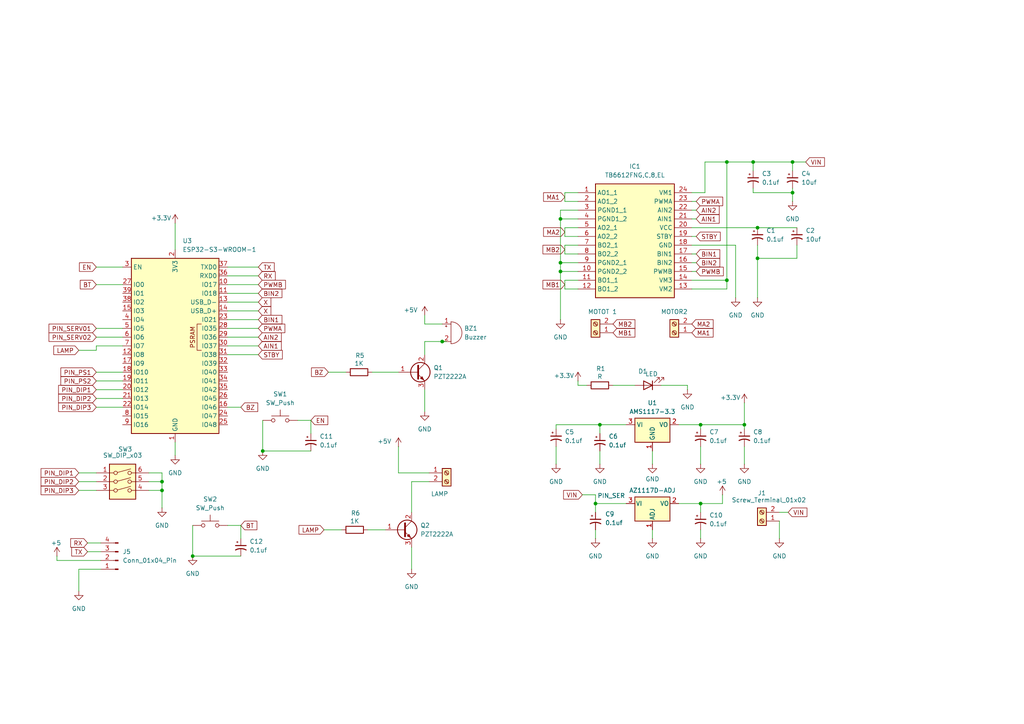
<source format=kicad_sch>
(kicad_sch (version 20250114) (generator "eeschema") (generator_version "9.0")
  (paper "A4")
  (lib_symbols
    (symbol "Connector:Conn_01x04_Pin" (pin_names (offset 1.016) (hide yes))
      (property "Reference" "J" (at 0 5.08 0))
      (property "Value" "Conn_01x04_Pin" (at 0 -7.62 0))
      (symbol "Conn_01x04_Pin_1_1"
        (rectangle (start 0.8636 2.667) (end 0 2.413) (stroke (width 0.1524)) (fill (type outline)))
        (rectangle (start 0.8636 0.127) (end 0 -0.127) (stroke (width 0.1524)) (fill (type outline)))
        (rectangle (start 0.8636 -2.413) (end 0 -2.667) (stroke (width 0.1524)) (fill (type outline)))
        (rectangle (start 0.8636 -4.953) (end 0 -5.207) (stroke (width 0.1524)) (fill (type outline)))
        (polyline (pts (xy 1.27 2.54) (xy 0.8636 2.54)) (stroke (width 0.1524)))
        (polyline (pts (xy 1.27 0) (xy 0.8636 0)) (stroke (width 0.1524)))
        (polyline (pts (xy 1.27 -2.54) (xy 0.8636 -2.54)) (stroke (width 0.1524)))
        (polyline (pts (xy 1.27 -5.08) (xy 0.8636 -5.08)) (stroke (width 0.1524)))
        (pin passive line (at 5.08 2.54 180) (length 3.81) (name "Pin_1") (number "1"))
        (pin passive line (at 5.08 0 180) (length 3.81) (name "Pin_2") (number "2"))
        (pin passive line (at 5.08 -2.54 180) (length 3.81) (name "Pin_3") (number "3"))
        (pin passive line (at 5.08 -5.08 180) (length 3.81) (name "Pin_4") (number "4"))
      )
    )
    (symbol "Connector:Screw_Terminal_01x02" (pin_names (offset 1.016) (hide yes))
      (property "Reference" "J" (at 0 2.54 0))
      (property "Value" "Screw_Terminal_01x02" (at 0 -5.08 0))
      (symbol "Screw_Terminal_01x02_1_1"
        (rectangle (start -1.27 1.27) (end 1.27 -3.81) (stroke (width 0.254)) (fill (type background)))
        (polyline (pts (xy -0.5334 0.3302) (xy 0.3302 -0.508)) (stroke (width 0.1524)))
        (polyline (pts (xy -0.5334 -2.2098) (xy 0.3302 -3.048)) (stroke (width 0.1524)))
        (polyline (pts (xy -0.3556 0.508) (xy 0.508 -0.3302)) (stroke (width 0.1524)))
        (polyline (pts (xy -0.3556 -2.032) (xy 0.508 -2.8702)) (stroke (width 0.1524)))
        (circle (center 0 0) (radius 0.635) (stroke (width 0.1524)))
        (circle (center 0 -2.54) (radius 0.635) (stroke (width 0.1524)))
        (pin passive line (at -5.08 0 0) (length 3.81) (name "Pin_1") (number "1"))
        (pin passive line (at -5.08 -2.54 0) (length 3.81) (name "Pin_2") (number "2"))
      )
    )
    (symbol "Device:Buzzer" (pin_names (offset 0.0254) (hide yes))
      (property "Reference" "BZ" (at 3.81 1.27 0))
      (property "Value" "Buzzer" (at 3.81 -1.27 0))
      (symbol "Buzzer_0_1"
        (polyline (pts (xy -1.651 1.905) (xy -1.143 1.905)))
        (polyline (pts (xy -1.397 2.159) (xy -1.397 1.651)))
        (arc (start 0 3.175) (mid 3.1612 0) (end 0 -3.175))
        (polyline (pts (xy 0 3.175) (xy 0 -3.175)))
      )
      (symbol "Buzzer_1_1"
        (pin passive line (at -2.54 2.54 0) (length 2.54) (name "+") (number "1"))
        (pin passive line (at -2.54 -2.54 0) (length 2.54) (name "-") (number "2"))
      )
    )
    (symbol "Device:C_Polarized_Small_US" (pin_numbers (hide yes)) (pin_names (offset 0.254) (hide yes))
      (property "Reference" "C" (at 0.254 1.778 0))
      (property "Value" "C_Polarized_Small_US" (at 0.254 -2.032 0))
      (symbol "C_Polarized_Small_US_0_1"
        (polyline (pts (xy -1.524 0.508) (xy 1.524 0.508)) (stroke (width 0.3048)))
        (polyline (pts (xy -1.27 1.524) (xy -0.762 1.524)))
        (polyline (pts (xy -1.016 1.27) (xy -1.016 1.778)))
        (arc (start -1.524 -0.762) (mid 0 -0.3734) (end 1.524 -0.762) (stroke (width 0.3048)))
      )
      (symbol "C_Polarized_Small_US_1_1"
        (pin passive line (at 0 2.54 270) (length 2.032) (name "~") (number "1"))
        (pin passive line (at 0 -2.54 90) (length 2.032) (name "~") (number "2"))
      )
    )
    (symbol "Device:LED" (pin_numbers (hide yes)) (pin_names (offset 1.016) (hide yes))
      (property "Reference" "D" (at 0 2.54 0))
      (property "Value" "LED" (at 0 -2.54 0))
      (symbol "LED_0_1"
        (polyline (pts (xy -3.048 -0.762) (xy -4.572 -2.286) (xy -3.81 -2.286) (xy -4.572 -2.286) (xy -4.572 -1.524)))
        (polyline (pts (xy -1.778 -0.762) (xy -3.302 -2.286) (xy -2.54 -2.286) (xy -3.302 -2.286) (xy -3.302 -1.524)))
        (polyline (pts (xy -1.27 0) (xy 1.27 0)))
        (polyline (pts (xy -1.27 -1.27) (xy -1.27 1.27)) (stroke (width 0.254)))
        (polyline (pts (xy 1.27 -1.27) (xy 1.27 1.27) (xy -1.27 0) (xy 1.27 -1.27)) (stroke (width 0.254)))
      )
      (symbol "LED_1_1"
        (pin passive line (at -3.81 0 0) (length 2.54) (name "K") (number "1"))
        (pin passive line (at 3.81 0 180) (length 2.54) (name "A") (number "2"))
      )
    )
    (symbol "Device:R" (pin_numbers (hide yes)) (pin_names (offset 0))
      (property "Reference" "R" (at 2.032 0 90))
      (property "Value" "R" (at 0 0 90))
      (symbol "R_0_1"
        (rectangle (start -1.016 -2.54) (end 1.016 2.54) (stroke (width 0.254)))
      )
      (symbol "R_1_1"
        (pin passive line (at 0 3.81 270) (length 1.27) (name "~") (number "1"))
        (pin passive line (at 0 -3.81 90) (length 1.27) (name "~") (number "2"))
      )
    )
    (symbol "RF_Module:ESP32-S3-WROOM-1"
      (property "Reference" "U" (at -12.7 26.67 0))
      (property "Value" "ESP32-S3-WROOM-1" (at 12.7 26.67 0))
      (symbol "ESP32-S3-WROOM-1_0_0"
        (rectangle (start -12.7 25.4) (end 12.7 -25.4) (stroke (width 0.254)) (fill (type background)))
        (text "PSRAM" (at 5.08 2.54 900) (effects (font (size 1.27 1.27))))
      )
      (symbol "ESP32-S3-WROOM-1_0_1"
        (polyline (pts (xy 7.62 -1.27) (xy 6.35 -1.27) (xy 6.35 6.35) (xy 7.62 6.35)))
      )
      (symbol "ESP32-S3-WROOM-1_1_1"
        (pin input line (at -15.24 22.86 0) (length 2.54) (name "EN") (number "3"))
        (pin bidirectional line (at -15.24 17.78 0) (length 2.54) (name "IO0") (number "27"))
        (pin bidirectional line (at -15.24 15.24 0) (length 2.54) (name "IO1") (number "39"))
        (pin bidirectional line (at -15.24 12.7 0) (length 2.54) (name "IO2") (number "38"))
        (pin bidirectional line (at -15.24 10.16 0) (length 2.54) (name "IO3") (number "15"))
        (pin bidirectional line (at -15.24 7.62 0) (length 2.54) (name "IO4") (number "4"))
        (pin bidirectional line (at -15.24 5.08 0) (length 2.54) (name "IO5") (number "5"))
        (pin bidirectional line (at -15.24 2.54 0) (length 2.54) (name "IO6") (number "6"))
        (pin bidirectional line (at -15.24 0 0) (length 2.54) (name "IO7") (number "7"))
        (pin bidirectional line (at -15.24 -2.54 0) (length 2.54) (name "IO8") (number "12"))
        (pin bidirectional line (at -15.24 -5.08 0) (length 2.54) (name "IO9") (number "17"))
        (pin bidirectional line (at -15.24 -7.62 0) (length 2.54) (name "IO10") (number "18"))
        (pin bidirectional line (at -15.24 -10.16 0) (length 2.54) (name "IO11") (number "19"))
        (pin bidirectional line (at -15.24 -12.7 0) (length 2.54) (name "IO12") (number "20"))
        (pin bidirectional line (at -15.24 -15.24 0) (length 2.54) (name "IO13") (number "21"))
        (pin bidirectional line (at -15.24 -17.78 0) (length 2.54) (name "IO14") (number "22"))
        (pin bidirectional line (at -15.24 -20.32 0) (length 2.54) (name "IO15") (number "8"))
        (pin bidirectional line (at -15.24 -22.86 0) (length 2.54) (name "IO16") (number "9"))
        (pin power_in line (at 0 27.94 270) (length 2.54) (name "3V3") (number "2"))
        (pin power_in line (at 0 -27.94 90) (length 2.54) (name "GND") (number "1"))
        (pin passive line (at 0 -27.94 90) (length 2.54) (hide yes) (name "GND") (number "40"))
        (pin passive line (at 0 -27.94 90) (length 2.54) (hide yes) (name "GND") (number "41"))
        (pin bidirectional line (at 15.24 22.86 180) (length 2.54) (name "TXD0") (number "37"))
        (pin bidirectional line (at 15.24 20.32 180) (length 2.54) (name "RXD0") (number "36"))
        (pin bidirectional line (at 15.24 17.78 180) (length 2.54) (name "IO17") (number "10"))
        (pin bidirectional line (at 15.24 15.24 180) (length 2.54) (name "IO18") (number "11"))
        (pin bidirectional line (at 15.24 12.7 180) (length 2.54) (name "USB_D-") (number "13"))
        (pin bidirectional line (at 15.24 10.16 180) (length 2.54) (name "USB_D+") (number "14"))
        (pin bidirectional line (at 15.24 7.62 180) (length 2.54) (name "IO21") (number "23"))
        (pin bidirectional line (at 15.24 5.08 180) (length 2.54) (name "IO35") (number "28"))
        (pin bidirectional line (at 15.24 2.54 180) (length 2.54) (name "IO36") (number "29"))
        (pin bidirectional line (at 15.24 0 180) (length 2.54) (name "IO37") (number "30"))
        (pin bidirectional line (at 15.24 -2.54 180) (length 2.54) (name "IO38") (number "31"))
        (pin bidirectional line (at 15.24 -5.08 180) (length 2.54) (name "IO39") (number "32"))
        (pin bidirectional line (at 15.24 -7.62 180) (length 2.54) (name "IO40") (number "33"))
        (pin bidirectional line (at 15.24 -10.16 180) (length 2.54) (name "IO41") (number "34"))
        (pin bidirectional line (at 15.24 -12.7 180) (length 2.54) (name "IO42") (number "35"))
        (pin bidirectional line (at 15.24 -15.24 180) (length 2.54) (name "IO45") (number "26"))
        (pin bidirectional line (at 15.24 -17.78 180) (length 2.54) (name "IO46") (number "16"))
        (pin bidirectional line (at 15.24 -20.32 180) (length 2.54) (name "IO47") (number "24"))
        (pin bidirectional line (at 15.24 -22.86 180) (length 2.54) (name "IO48") (number "25"))
      )
    )
    (symbol "Regulator_Linear:AMS1117-3.3"
      (property "Reference" "U" (at -3.81 3.175 0))
      (property "Value" "AMS1117-3.3" (at 0 3.175 0))
      (symbol "AMS1117-3.3_0_1"
        (rectangle (start -5.08 -5.08) (end 5.08 1.905) (stroke (width 0.254)) (fill (type background)))
      )
      (symbol "AMS1117-3.3_1_1"
        (pin power_in line (at -7.62 0 0) (length 2.54) (name "VI") (number "3"))
        (pin power_in line (at 0 -7.62 90) (length 2.54) (name "GND") (number "1"))
        (pin power_out line (at 7.62 0 180) (length 2.54) (name "VO") (number "2"))
      )
    )
    (symbol "Regulator_Linear:AZ1117D-ADJ" (pin_names (offset 0.254))
      (property "Reference" "U" (at -3.81 3.175 0))
      (property "Value" "AZ1117D-ADJ" (at 0 3.175 0))
      (symbol "AZ1117D-ADJ_0_1"
        (rectangle (start -5.08 1.905) (end 5.08 -5.08) (stroke (width 0.254)) (fill (type background)))
      )
      (symbol "AZ1117D-ADJ_1_1"
        (pin power_in line (at -7.62 0 0) (length 2.54) (name "VI") (number "3"))
        (pin input line (at 0 -7.62 90) (length 2.54) (name "ADJ") (number "1"))
        (pin power_out line (at 7.62 0 180) (length 2.54) (name "VO") (number "2"))
      )
    )
    (symbol "Switch:SW_DIP_x03" (pin_names (offset 0) (hide yes))
      (property "Reference" "SW" (at 0 6.35 0))
      (property "Value" "SW_DIP_x03" (at 0 -6.35 0))
      (symbol "SW_DIP_x03_0_0"
        (circle (center -2.032 2.54) (radius 0.508))
        (circle (center -2.032 0) (radius 0.508))
        (circle (center -2.032 -2.54) (radius 0.508))
        (polyline (pts (xy -1.524 2.667) (xy 2.3622 3.7084)))
        (polyline (pts (xy -1.524 0.127) (xy 2.3622 1.1684)))
        (polyline (pts (xy -1.524 -2.413) (xy 2.3622 -1.3716)))
        (circle (center 2.032 2.54) (radius 0.508))
        (circle (center 2.032 0) (radius 0.508))
        (circle (center 2.032 -2.54) (radius 0.508))
      )
      (symbol "SW_DIP_x03_0_1"
        (rectangle (start -3.81 5.08) (end 3.81 -5.08) (stroke (width 0.254)) (fill (type background)))
      )
      (symbol "SW_DIP_x03_1_1"
        (pin passive line (at -7.62 2.54 0) (length 5.08) (name "~") (number "1"))
        (pin passive line (at -7.62 0 0) (length 5.08) (name "~") (number "2"))
        (pin passive line (at -7.62 -2.54 0) (length 5.08) (name "~") (number "3"))
        (pin passive line (at 7.62 2.54 180) (length 5.08) (name "~") (number "6"))
        (pin passive line (at 7.62 0 180) (length 5.08) (name "~") (number "5"))
        (pin passive line (at 7.62 -2.54 180) (length 5.08) (name "~") (number "4"))
      )
    )
    (symbol "Switch:SW_Push" (pin_numbers (hide yes)) (pin_names (offset 1.016) (hide yes))
      (property "Reference" "SW" (at 1.27 2.54 0))
      (property "Value" "SW_Push" (at 0 -1.524 0))
      (symbol "SW_Push_0_1"
        (circle (center -2.032 0) (radius 0.508))
        (polyline (pts (xy 0 1.27) (xy 0 3.048)))
        (circle (center 2.032 0) (radius 0.508))
        (polyline (pts (xy 2.54 1.27) (xy -2.54 1.27)))
        (pin passive line (at -5.08 0 0) (length 2.54) (name "1") (number "1"))
        (pin passive line (at 5.08 0 180) (length 2.54) (name "2") (number "2"))
      )
    )
    (symbol "TB6612FNG_C_8_EL:TB6612FNG,C,8,EL"
      (property "Reference" "IC" (at 29.21 7.62 0))
      (property "Value" "TB6612FNG,C,8,EL" (at 29.21 5.08 0))
      (symbol "TB6612FNG,C,8,EL_1_1"
        (rectangle (start 5.08 2.54) (end 27.94 -30.48) (stroke (width 0.254)) (fill (type background)))
        (pin passive line (at 0 0 0) (length 5.08) (name "AO1_1") (number "1"))
        (pin passive line (at 0 -2.54 0) (length 5.08) (name "AO1_2") (number "2"))
        (pin passive line (at 0 -5.08 0) (length 5.08) (name "PGND1_1") (number "3"))
        (pin passive line (at 0 -7.62 0) (length 5.08) (name "PGND1_2") (number "4"))
        (pin passive line (at 0 -10.16 0) (length 5.08) (name "AO2_1") (number "5"))
        (pin passive line (at 0 -12.7 0) (length 5.08) (name "AO2_2") (number "6"))
        (pin passive line (at 0 -15.24 0) (length 5.08) (name "BO2_1") (number "7"))
        (pin passive line (at 0 -17.78 0) (length 5.08) (name "BO2_2") (number "8"))
        (pin passive line (at 0 -20.32 0) (length 5.08) (name "PGND2_1") (number "9"))
        (pin passive line (at 0 -22.86 0) (length 5.08) (name "PGND2_2") (number "10"))
        (pin passive line (at 0 -25.4 0) (length 5.08) (name "BO1_1") (number "11"))
        (pin passive line (at 0 -27.94 0) (length 5.08) (name "BO1_2") (number "12"))
        (pin passive line (at 33.02 0 180) (length 5.08) (name "VM1") (number "24"))
        (pin passive line (at 33.02 -2.54 180) (length 5.08) (name "PWMA") (number "23"))
        (pin passive line (at 33.02 -5.08 180) (length 5.08) (name "AIN2") (number "22"))
        (pin passive line (at 33.02 -7.62 180) (length 5.08) (name "AIN1") (number "21"))
        (pin passive line (at 33.02 -10.16 180) (length 5.08) (name "VCC") (number "20"))
        (pin passive line (at 33.02 -12.7 180) (length 5.08) (name "STBY") (number "19"))
        (pin passive line (at 33.02 -15.24 180) (length 5.08) (name "GND") (number "18"))
        (pin passive line (at 33.02 -17.78 180) (length 5.08) (name "BIN1") (number "17"))
        (pin passive line (at 33.02 -20.32 180) (length 5.08) (name "BIN2") (number "16"))
        (pin passive line (at 33.02 -22.86 180) (length 5.08) (name "PWMB") (number "15"))
        (pin passive line (at 33.02 -25.4 180) (length 5.08) (name "VM3") (number "14"))
        (pin passive line (at 33.02 -27.94 180) (length 5.08) (name "VM2") (number "13"))
      )
    )
    (symbol "Transistor_BJT:PZT2222A" (pin_names (offset 0) (hide yes))
      (property "Reference" "Q" (at 5.08 1.905 0))
      (property "Value" "PZT2222A" (at 5.08 0 0))
      (symbol "PZT2222A_0_1"
        (polyline (pts (xy -2.54 0) (xy 0.635 0)))
        (polyline (pts (xy 0.635 1.905) (xy 0.635 -1.905)) (stroke (width 0.508)))
        (circle (center 1.27 0) (radius 2.8194) (stroke (width 0.254)))
      )
      (symbol "PZT2222A_1_1"
        (polyline (pts (xy 0.635 0.635) (xy 2.54 2.54)))
        (polyline (pts (xy 0.635 -0.635) (xy 2.54 -2.54)))
        (polyline (pts (xy 1.27 -1.778) (xy 1.778 -1.27) (xy 2.286 -2.286) (xy 1.27 -1.778)) (fill (type outline)))
        (pin input line (at -5.08 0 0) (length 2.54) (name "B") (number "1"))
        (pin passive line (at 2.54 5.08 270) (length 2.54) (name "C") (number "2"))
        (pin passive line (at 2.54 -5.08 90) (length 2.54) (name "E") (number "3"))
      )
    )
    (symbol "power:+3.3V" (power) (pin_numbers (hide yes)) (pin_names (offset 0) (hide yes))
      (property "Value" "+3.3V" (at 0 3.556 0))
      (symbol "+3.3V_0_1"
        (polyline (pts (xy -0.762 1.27) (xy 0 2.54)))
        (polyline (pts (xy 0 2.54) (xy 0.762 1.27)))
        (polyline (pts (xy 0 0) (xy 0 2.54)))
      )
      (symbol "+3.3V_1_1"
        (pin power_in line (at 0 0 90) (length 0) (name "~") (number "1"))
      )
    )
    (symbol "power:GND" (power) (pin_numbers (hide yes)) (pin_names (offset 0) (hide yes))
      (property "Value" "GND" (at 0 -3.81 0))
      (symbol "GND_0_1"
        (polyline (pts (xy 0 0) (xy 0 -1.27) (xy 1.27 -1.27) (xy 0 -2.54) (xy -1.27 -1.27) (xy 0 -1.27)))
      )
      (symbol "GND_1_1"
        (pin power_in line (at 0 0 270) (length 0) (name "~") (number "1"))
      )
    )
  )
  (junction (at 215.9 123.19))
  (junction (at 162.56 76.2))
  (junction (at 219.71 74.93))
  (junction (at 46.99 139.7))
  (junction (at 46.99 142.24))
  (junction (at 203.2 123.19))
  (junction (at 172.72 146.05))
  (junction (at 219.71 66.04))
  (junction (at 128.27 99.06))
  (junction (at 203.2 146.05))
  (junction (at 229.87 55.88))
  (junction (at 162.56 78.74))
  (junction (at 210.82 81.28))
  (junction (at 162.56 63.5))
  (junction (at 210.82 46.99))
  (junction (at 218.44 46.99))
  (junction (at 173.99 123.19))
  (junction (at 76.2 130.81))
  (junction (at 55.88 161.29))
  (junction (at 229.87 46.99))
  (wire (pts (xy 95.25 107.95) (xy 100.33 107.95)))
  (wire (pts (xy 167.64 111.76) (xy 167.64 110.49)))
  (wire (pts (xy 129.54 99.06) (xy 128.27 99.06)))
  (wire (pts (xy 204.47 55.88) (xy 200.66 55.88)))
  (wire (pts (xy 191.77 111.76) (xy 199.39 111.76)))
  (wire (pts (xy 27.94 77.47) (xy 35.56 77.47)))
  (wire (pts (xy 22.86 139.7) (xy 27.94 139.7)))
  (wire (pts (xy 119.38 158.75) (xy 119.38 165.1)))
  (wire (pts (xy 66.04 152.4) (xy 69.85 152.4)))
  (wire (pts (xy 163.83 71.12) (xy 163.83 73.66)))
  (wire (pts (xy 43.18 137.16) (xy 46.99 137.16)))
  (wire (pts (xy 50.8 64.77) (xy 50.8 72.39)))
  (wire (pts (xy 123.19 99.06) (xy 123.19 102.87)))
  (wire (pts (xy 123.19 93.98) (xy 128.27 93.98)))
  (wire (pts (xy 69.85 161.29) (xy 55.88 161.29)))
  (wire (pts (xy 173.99 130.81) (xy 173.99 134.62)))
  (wire (pts (xy 43.18 142.24) (xy 46.99 142.24)))
  (wire (pts (xy 203.2 123.19) (xy 215.9 123.19)))
  (wire (pts (xy 226.06 148.59) (xy 228.6 148.59)))
  (wire (pts (xy 218.44 54.61) (xy 218.44 55.88)))
  (wire (pts (xy 66.04 97.79) (xy 74.93 97.79)))
  (wire (pts (xy 123.19 91.44) (xy 123.19 93.98)))
  (wire (pts (xy 189.23 153.67) (xy 189.23 156.21)))
  (wire (pts (xy 115.57 129.54) (xy 115.57 137.16)))
  (wire (pts (xy 163.83 66.04) (xy 163.83 68.58)))
  (wire (pts (xy 66.04 92.71) (xy 74.93 92.71)))
  (wire (pts (xy 162.56 63.5) (xy 162.56 76.2)))
  (wire (pts (xy 215.9 129.54) (xy 215.9 134.62)))
  (wire (pts (xy 106.68 153.67) (xy 111.76 153.67)))
  (wire (pts (xy 200.66 76.2) (xy 201.93 76.2)))
  (wire (pts (xy 163.83 55.88) (xy 163.83 58.42)))
  (wire (pts (xy 173.99 123.19) (xy 173.99 125.73)))
  (wire (pts (xy 210.82 83.82) (xy 210.82 81.28)))
  (wire (pts (xy 27.94 101.6) (xy 22.86 101.6)))
  (wire (pts (xy 46.99 137.16) (xy 46.99 139.7)))
  (wire (pts (xy 66.04 95.25) (xy 74.93 95.25)))
  (wire (pts (xy 215.9 116.84) (xy 215.9 123.19)))
  (wire (pts (xy 93.98 153.67) (xy 99.06 153.67)))
  (wire (pts (xy 219.71 71.12) (xy 219.71 74.93)))
  (wire (pts (xy 200.66 66.04) (xy 219.71 66.04)))
  (wire (pts (xy 200.66 73.66) (xy 201.93 73.66)))
  (wire (pts (xy 167.64 83.82) (xy 163.83 83.82)))
  (wire (pts (xy 218.44 46.99) (xy 218.44 49.53)))
  (wire (pts (xy 204.47 46.99) (xy 204.47 55.88)))
  (wire (pts (xy 203.2 146.05) (xy 203.2 148.59)))
  (wire (pts (xy 22.86 142.24) (xy 27.94 142.24)))
  (wire (pts (xy 50.8 128.27) (xy 50.8 132.08)))
  (wire (pts (xy 90.17 130.81) (xy 76.2 130.81)))
  (wire (pts (xy 209.55 143.51) (xy 209.55 146.05)))
  (wire (pts (xy 22.86 137.16) (xy 27.94 137.16)))
  (wire (pts (xy 210.82 46.99) (xy 218.44 46.99)))
  (wire (pts (xy 229.87 54.61) (xy 229.87 55.88)))
  (wire (pts (xy 200.66 81.28) (xy 210.82 81.28)))
  (wire (pts (xy 90.17 121.92) (xy 90.17 125.73)))
  (wire (pts (xy 27.94 100.33) (xy 27.94 101.6)))
  (wire (pts (xy 86.36 121.92) (xy 90.17 121.92)))
  (wire (pts (xy 162.56 78.74) (xy 167.64 78.74)))
  (wire (pts (xy 219.71 74.93) (xy 219.71 86.36)))
  (wire (pts (xy 162.56 60.96) (xy 162.56 63.5)))
  (wire (pts (xy 213.36 71.12) (xy 213.36 86.36)))
  (wire (pts (xy 123.19 113.03) (xy 123.19 119.38)))
  (wire (pts (xy 218.44 55.88) (xy 229.87 55.88)))
  (wire (pts (xy 196.85 123.19) (xy 203.2 123.19)))
  (wire (pts (xy 219.71 66.04) (xy 231.14 66.04)))
  (wire (pts (xy 170.18 111.76) (xy 167.64 111.76)))
  (wire (pts (xy 27.94 107.95) (xy 35.56 107.95)))
  (wire (pts (xy 27.94 82.55) (xy 35.56 82.55)))
  (wire (pts (xy 27.94 113.03) (xy 35.56 113.03)))
  (wire (pts (xy 124.46 139.7) (xy 119.38 139.7)))
  (wire (pts (xy 200.66 78.74) (xy 201.93 78.74)))
  (wire (pts (xy 199.39 111.76) (xy 199.39 113.03)))
  (wire (pts (xy 25.4 157.48) (xy 29.21 157.48)))
  (wire (pts (xy 25.4 160.02) (xy 29.21 160.02)))
  (wire (pts (xy 167.64 60.96) (xy 162.56 60.96)))
  (wire (pts (xy 66.04 87.63) (xy 74.93 87.63)))
  (wire (pts (xy 162.56 76.2) (xy 162.56 78.74)))
  (wire (pts (xy 200.66 60.96) (xy 201.93 60.96)))
  (wire (pts (xy 200.66 58.42) (xy 201.93 58.42)))
  (wire (pts (xy 128.27 99.06) (xy 123.19 99.06)))
  (wire (pts (xy 27.94 95.25) (xy 35.56 95.25)))
  (wire (pts (xy 66.04 82.55) (xy 74.93 82.55)))
  (wire (pts (xy 172.72 143.51) (xy 172.72 146.05)))
  (wire (pts (xy 27.94 110.49) (xy 35.56 110.49)))
  (wire (pts (xy 215.9 123.19) (xy 215.9 124.46)))
  (wire (pts (xy 163.83 81.28) (xy 163.83 83.82)))
  (wire (pts (xy 200.66 68.58) (xy 201.93 68.58)))
  (wire (pts (xy 229.87 46.99) (xy 233.68 46.99)))
  (wire (pts (xy 66.04 80.01) (xy 74.93 80.01)))
  (wire (pts (xy 209.55 146.05) (xy 203.2 146.05)))
  (wire (pts (xy 69.85 152.4) (xy 69.85 156.21)))
  (wire (pts (xy 177.8 111.76) (xy 184.15 111.76)))
  (wire (pts (xy 196.85 146.05) (xy 203.2 146.05)))
  (wire (pts (xy 66.04 90.17) (xy 74.93 90.17)))
  (wire (pts (xy 27.94 97.79) (xy 35.56 97.79)))
  (wire (pts (xy 200.66 63.5) (xy 201.93 63.5)))
  (wire (pts (xy 161.29 123.19) (xy 173.99 123.19)))
  (wire (pts (xy 210.82 81.28) (xy 210.82 46.99)))
  (wire (pts (xy 162.56 76.2) (xy 167.64 76.2)))
  (wire (pts (xy 27.94 115.57) (xy 35.56 115.57)))
  (wire (pts (xy 76.2 121.92) (xy 76.2 130.81)))
  (wire (pts (xy 16.51 162.56) (xy 29.21 162.56)))
  (wire (pts (xy 203.2 123.19) (xy 203.2 124.46)))
  (wire (pts (xy 167.64 71.12) (xy 163.83 71.12)))
  (wire (pts (xy 167.64 58.42) (xy 163.83 58.42)))
  (wire (pts (xy 203.2 129.54) (xy 203.2 134.62)))
  (wire (pts (xy 168.91 143.51) (xy 172.72 143.51)))
  (wire (pts (xy 162.56 63.5) (xy 167.64 63.5)))
  (wire (pts (xy 29.21 165.1) (xy 22.86 165.1)))
  (wire (pts (xy 115.57 137.16) (xy 124.46 137.16)))
  (wire (pts (xy 203.2 153.67) (xy 203.2 156.21)))
  (wire (pts (xy 189.23 130.81) (xy 189.23 134.62)))
  (wire (pts (xy 172.72 153.67) (xy 172.72 156.21)))
  (wire (pts (xy 55.88 152.4) (xy 55.88 161.29)))
  (wire (pts (xy 66.04 100.33) (xy 74.93 100.33)))
  (wire (pts (xy 46.99 142.24) (xy 46.99 147.32)))
  (wire (pts (xy 161.29 123.19) (xy 161.29 124.46)))
  (wire (pts (xy 167.64 55.88) (xy 163.83 55.88)))
  (wire (pts (xy 172.72 146.05) (xy 181.61 146.05)))
  (wire (pts (xy 27.94 100.33) (xy 35.56 100.33)))
  (wire (pts (xy 219.71 74.93) (xy 231.14 74.93)))
  (wire (pts (xy 200.66 83.82) (xy 210.82 83.82)))
  (wire (pts (xy 229.87 46.99) (xy 229.87 49.53)))
  (wire (pts (xy 16.51 161.29) (xy 16.51 162.56)))
  (wire (pts (xy 46.99 139.7) (xy 46.99 142.24)))
  (wire (pts (xy 167.64 73.66) (xy 163.83 73.66)))
  (wire (pts (xy 226.06 151.13) (xy 226.06 156.21)))
  (wire (pts (xy 27.94 118.11) (xy 35.56 118.11)))
  (wire (pts (xy 167.64 68.58) (xy 163.83 68.58)))
  (wire (pts (xy 231.14 71.12) (xy 231.14 74.93)))
  (wire (pts (xy 119.38 139.7) (xy 119.38 148.59)))
  (wire (pts (xy 204.47 46.99) (xy 210.82 46.99)))
  (wire (pts (xy 66.04 118.11) (xy 69.85 118.11)))
  (wire (pts (xy 172.72 146.05) (xy 172.72 148.59)))
  (wire (pts (xy 167.64 81.28) (xy 163.83 81.28)))
  (wire (pts (xy 66.04 102.87) (xy 74.93 102.87)))
  (wire (pts (xy 66.04 85.09) (xy 74.93 85.09)))
  (wire (pts (xy 167.64 66.04) (xy 163.83 66.04)))
  (wire (pts (xy 66.04 77.47) (xy 74.93 77.47)))
  (wire (pts (xy 173.99 123.19) (xy 181.61 123.19)))
  (wire (pts (xy 161.29 129.54) (xy 161.29 134.62)))
  (wire (pts (xy 200.66 71.12) (xy 213.36 71.12)))
  (wire (pts (xy 43.18 139.7) (xy 46.99 139.7)))
  (wire (pts (xy 22.86 165.1) (xy 22.86 171.45)))
  (wire (pts (xy 218.44 46.99) (xy 229.87 46.99)))
  (wire (pts (xy 229.87 55.88) (xy 229.87 58.42)))
  (wire (pts (xy 107.95 107.95) (xy 115.57 107.95)))
  (wire (pts (xy 162.56 78.74) (xy 162.56 92.71)))
  (global_label "PIN_DIP3" (shape input) (at 27.94 118.11 180) (property "Intersheetrefs" "${INTERSHEET_REFS}" (effects (hide yes))))
  (global_label "PIN_PS1" (shape input) (at 27.94 107.95 180) (property "Intersheetrefs" "${INTERSHEET_REFS}" (effects (hide yes))))
  (global_label "AIN1" (shape input) (at 74.93 100.33 0) (property "Intersheetrefs" "${INTERSHEET_REFS}" (effects (hide yes))))
  (global_label "EN" (shape input) (at 90.17 121.92 0) (property "Intersheetrefs" "${INTERSHEET_REFS}" (effects (hide yes))))
  (global_label "TX" (shape input) (at 74.93 77.47 0) (property "Intersheetrefs" "${INTERSHEET_REFS}" (effects (hide yes))))
  (global_label "PIN_DIP3" (shape input) (at 22.86 142.24 180) (property "Intersheetrefs" "${INTERSHEET_REFS}" (effects (hide yes))))
  (global_label "BT" (shape input) (at 69.85 152.4 0) (property "Intersheetrefs" "${INTERSHEET_REFS}" (effects (hide yes))))
  (global_label "PWMA" (shape input) (at 74.93 95.25 0) (property "Intersheetrefs" "${INTERSHEET_REFS}" (effects (hide yes))))
  (global_label "MB1" (shape input) (at 163.83 82.55 180) (property "Intersheetrefs" "${INTERSHEET_REFS}" (effects (hide yes))))
  (global_label "MB2" (shape input) (at 177.8 93.98 0) (property "Intersheetrefs" "${INTERSHEET_REFS}" (effects (hide yes))))
  (global_label "PIN_SERV02" (shape input) (at 27.94 97.79 180) (property "Intersheetrefs" "${INTERSHEET_REFS}" (effects (hide yes))))
  (global_label "MA1" (shape input) (at 200.66 96.52 0) (property "Intersheetrefs" "${INTERSHEET_REFS}" (effects (hide yes))))
  (global_label "PIN_PS2" (shape input) (at 27.94 110.49 180) (property "Intersheetrefs" "${INTERSHEET_REFS}" (effects (hide yes))))
  (global_label "RX" (shape input) (at 74.93 80.01 0) (property "Intersheetrefs" "${INTERSHEET_REFS}" (effects (hide yes))))
  (global_label "BT" (shape input) (at 27.94 82.55 180) (property "Intersheetrefs" "${INTERSHEET_REFS}" (effects (hide yes))))
  (global_label "X" (shape input) (at 74.93 90.17 0) (property "Intersheetrefs" "${INTERSHEET_REFS}" (effects (hide yes))))
  (global_label "EN" (shape input) (at 27.94 77.47 180) (property "Intersheetrefs" "${INTERSHEET_REFS}" (effects (hide yes))))
  (global_label "PWMB" (shape input) (at 74.93 82.55 0) (property "Intersheetrefs" "${INTERSHEET_REFS}" (effects (hide yes))))
  (global_label "PIN_SERV01" (shape input) (at 27.94 95.25 180) (property "Intersheetrefs" "${INTERSHEET_REFS}" (effects (hide yes))))
  (global_label "PIN_DIP1" (shape input) (at 22.86 137.16 180) (property "Intersheetrefs" "${INTERSHEET_REFS}" (effects (hide yes))))
  (global_label "STBY" (shape input) (at 74.93 102.87 0) (property "Intersheetrefs" "${INTERSHEET_REFS}" (effects (hide yes))))
  (global_label "LAMP" (shape input) (at 93.98 153.67 180) (property "Intersheetrefs" "${INTERSHEET_REFS}" (effects (hide yes))))
  (global_label "VIN" (shape input) (at 228.6 148.59 0) (property "Intersheetrefs" "${INTERSHEET_REFS}" (effects (hide yes))))
  (global_label "BIN1" (shape input) (at 74.93 92.71 0) (property "Intersheetrefs" "${INTERSHEET_REFS}" (effects (hide yes))))
  (global_label "AIN2" (shape input) (at 201.93 60.96 0) (property "Intersheetrefs" "${INTERSHEET_REFS}" (effects (hide yes))))
  (global_label "MA1" (shape input) (at 163.83 57.15 180) (property "Intersheetrefs" "${INTERSHEET_REFS}" (effects (hide yes))))
  (global_label "BZ" (shape input) (at 69.85 118.11 0) (property "Intersheetrefs" "${INTERSHEET_REFS}" (effects (hide yes))))
  (global_label "VIN" (shape input) (at 233.68 46.99 0) (property "Intersheetrefs" "${INTERSHEET_REFS}" (effects (hide yes))))
  (global_label "PIN_DIP2" (shape input) (at 22.86 139.7 180) (property "Intersheetrefs" "${INTERSHEET_REFS}" (effects (hide yes))))
  (global_label "AIN2" (shape input) (at 74.93 97.79 0) (property "Intersheetrefs" "${INTERSHEET_REFS}" (effects (hide yes))))
  (global_label "RX" (shape input) (at 25.4 157.48 180) (property "Intersheetrefs" "${INTERSHEET_REFS}" (effects (hide yes))))
  (global_label "LAMP" (shape input) (at 22.86 101.6 180) (property "Intersheetrefs" "${INTERSHEET_REFS}" (effects (hide yes))))
  (global_label "PWMB" (shape input) (at 201.93 78.74 0) (property "Intersheetrefs" "${INTERSHEET_REFS}" (effects (hide yes))))
  (global_label "AIN1" (shape input) (at 201.93 63.5 0) (property "Intersheetrefs" "${INTERSHEET_REFS}" (effects (hide yes))))
  (global_label "MA2" (shape input) (at 200.66 93.98 0) (property "Intersheetrefs" "${INTERSHEET_REFS}" (effects (hide yes))))
  (global_label "BIN2" (shape input) (at 74.93 85.09 0) (property "Intersheetrefs" "${INTERSHEET_REFS}" (effects (hide yes))))
  (global_label "PWMA" (shape input) (at 201.93 58.42 0) (property "Intersheetrefs" "${INTERSHEET_REFS}" (effects (hide yes))))
  (global_label "STBY" (shape input) (at 201.93 68.58 0) (property "Intersheetrefs" "${INTERSHEET_REFS}" (effects (hide yes))))
  (global_label "PIN_DIP1" (shape input) (at 27.94 113.03 180) (property "Intersheetrefs" "${INTERSHEET_REFS}" (effects (hide yes))))
  (global_label "MA2" (shape input) (at 163.83 67.31 180) (property "Intersheetrefs" "${INTERSHEET_REFS}" (effects (hide yes))))
  (global_label "BIN2" (shape input) (at 201.93 76.2 0) (property "Intersheetrefs" "${INTERSHEET_REFS}" (effects (hide yes))))
  (global_label "BZ" (shape input) (at 95.25 107.95 180) (property "Intersheetrefs" "${INTERSHEET_REFS}" (effects (hide yes))))
  (global_label "VIN" (shape input) (at 168.91 143.51 180) (property "Intersheetrefs" "${INTERSHEET_REFS}" (effects (hide yes))))
  (global_label "X" (shape input) (at 74.93 87.63 0) (property "Intersheetrefs" "${INTERSHEET_REFS}" (effects (hide yes))))
  (global_label "MB2" (shape input) (at 163.83 72.39 180) (property "Intersheetrefs" "${INTERSHEET_REFS}" (effects (hide yes))))
  (global_label "MB1" (shape input) (at 177.8 96.52 0) (property "Intersheetrefs" "${INTERSHEET_REFS}" (effects (hide yes))))
  (global_label "TX" (shape input) (at 25.4 160.02 180) (property "Intersheetrefs" "${INTERSHEET_REFS}" (effects (hide yes))))
  (global_label "PIN_DIP2" (shape input) (at 27.94 115.57 180) (property "Intersheetrefs" "${INTERSHEET_REFS}" (effects (hide yes))))
  (global_label "BIN1" (shape input) (at 201.93 73.66 0) (property "Intersheetrefs" "${INTERSHEET_REFS}" (effects (hide yes))))
  (symbol (lib_id "Regulator_Linear:AMS1117-3.3") (at 189.23 123.19 0) (unit 1)
    (property "Reference" "U1" (at 189.23 116.84 0))
    (property "Value" "AMS1117-3.3" (at 189.23 119.38 0))
    (property "Footprint" "Package_TO_SOT_SMD:SOT-223-3_TabPin2" (effects (hide yes)))
    (property "Datasheet" "http://www.advanced-monolithic.com/pdf/ds1117.pdf" (effects (hide yes)))
    (property "Description" "1A Low Dropout regulator, positive, 3.3V fixed output, SOT-223" (effects (hide yes)))
  )
  (symbol (lib_id "Switch:SW_Push") (at 60.96 152.4 0) (unit 1)
    (property "Reference" "SW2" (at 60.96 144.78 0))
    (property "Value" "SW_Push" (at 60.96 147.32 0))
    (property "Description" "Push button switch, generic, two pins" (effects (hide yes)))
  )
  (symbol (lib_id "Device:R") (at 104.14 107.95 270) (unit 1)
    (property "Reference" "R5" (at 104.394 103.124 90))
    (property "Value" "1K" (at 104.14 105.41 90))
    (property "Description" "Resistor" (effects (hide yes)))
  )
  (symbol (lib_id "Device:C_Polarized_Small_US") (at 231.14 68.58 0) (unit 1)
    (property "Reference" "C2" (at 233.68 66.8781 0) (effects (justify left)))
    (property "Value" "10uf" (at 233.68 69.4181 0) (effects (justify left)))
    (property "Description" "Polarized capacitor, small US symbol" (effects (hide yes)))
  )
  (symbol (lib_id "Device:C_Polarized_Small_US") (at 69.85 158.75 0) (unit 1)
    (property "Reference" "C12" (at 72.39 157.0481 0) (effects (justify left)))
    (property "Value" "0.1uf" (at 72.39 159.5881 0) (effects (justify left)))
    (property "Description" "Polarized capacitor, small US symbol" (effects (hide yes)))
  )
  (symbol (lib_id "Device:C_Polarized_Small_US") (at 218.44 52.07 0) (unit 1)
    (property "Reference" "C3" (at 220.98 50.3681 0) (effects (justify left)))
    (property "Value" "0.1uf" (at 220.98 52.9081 0) (effects (justify left)))
    (property "Description" "Polarized capacitor, small US symbol" (effects (hide yes)))
  )
  (symbol (lib_id "Connector:Conn_01x04_Pin") (at 34.29 162.56 180) (unit 1)
    (property "Reference" "J5" (at 35.56 160.0199 0) (effects (justify right)))
    (property "Value" "Conn_01x04_Pin" (at 35.56 162.5599 0) (effects (justify right)))
    (property "Description" "Generic connector, single row, 01x04, script generated" (effects (hide yes)))
  )
  (symbol (lib_id "power:GND") (at 76.2 130.81 0) (unit 1)
    (property "Reference" "#PWR020" (effects (hide yes)))
    (property "Value" "GND" (at 76.2 135.89 0))
    (property "Description" "Power symbol creates a global label with name \"GND\" , ground" (effects (hide yes)))
  )
  (symbol (lib_id "Device:C_Polarized_Small_US") (at 173.99 128.27 0) (unit 1)
    (property "Reference" "C6" (at 176.53 126.5681 0) (effects (justify left)))
    (property "Value" "0.1uf" (at 176.53 129.1081 0) (effects (justify left)))
    (property "Description" "Polarized capacitor, small US symbol" (effects (hide yes)))
  )
  (symbol (lib_id "power:+3.3V") (at 123.19 91.44 0) (unit 1)
    (property "Reference" "#PWR029" (effects (hide yes)))
    (property "Value" "+5V" (at 119.126 89.916 0))
    (property "Description" "Power symbol creates a global label with name \"+3.3V\"" (effects (hide yes)))
  )
  (symbol (lib_id "power:GND") (at 189.23 156.21 0) (unit 1)
    (property "Reference" "#PWR014" (effects (hide yes)))
    (property "Value" "GND" (at 189.23 161.29 0))
    (property "Description" "Power symbol creates a global label with name \"GND\" , ground" (effects (hide yes)))
  )
  (symbol (lib_id "Transistor_BJT:PZT2222A") (at 116.84 153.67 0) (unit 1)
    (property "Reference" "Q2" (at 121.92 152.3999 0) (effects (justify left)))
    (property "Value" "PZT2222A" (at 121.92 154.9399 0) (effects (justify left)))
    (property "Footprint" "Package_TO_SOT_SMD:SOT-223-3_TabPin2" (effects (hide yes)))
    (property "Datasheet" "https://www.onsemi.com/pub/Collateral/PN2222-D.PDF" (effects (hide yes)))
    (property "Description" "1A Ic, 40V Vce, NPN Transistor, General Purpose Transistor, SOT-223" (effects (hide yes)))
  )
  (symbol (lib_id "power:GND") (at 219.71 86.36 0) (unit 1)
    (property "Reference" "#PWR01" (effects (hide yes)))
    (property "Value" "GND" (at 219.71 91.44 0))
    (property "Description" "Power symbol creates a global label with name \"GND\" , ground" (effects (hide yes)))
  )
  (symbol (lib_id "Device:C_Polarized_Small_US") (at 172.72 151.13 0) (unit 1)
    (property "Reference" "C9" (at 175.514 149.098 0) (effects (justify left)))
    (property "Value" "0.1uf" (at 175.514 151.638 0) (effects (justify left)))
    (property "Description" "Polarized capacitor, small US symbol" (effects (hide yes)))
  )
  (symbol (lib_id "power:GND") (at 203.2 156.21 0) (unit 1)
    (property "Reference" "#PWR015" (effects (hide yes)))
    (property "Value" "GND" (at 203.2 161.29 0))
    (property "Description" "Power symbol creates a global label with name \"GND\" , ground" (effects (hide yes)))
  )
  (symbol (lib_id "power:GND") (at 226.06 156.21 0) (unit 1)
    (property "Reference" "#PWR017" (effects (hide yes)))
    (property "Value" "GND" (at 226.06 161.29 0))
    (property "Description" "Power symbol creates a global label with name \"GND\" , ground" (effects (hide yes)))
  )
  (symbol (lib_id "Device:C_Polarized_Small_US") (at 90.17 128.27 0) (unit 1)
    (property "Reference" "C11" (at 92.71 126.5681 0) (effects (justify left)))
    (property "Value" "0.1uf" (at 92.71 129.1081 0) (effects (justify left)))
    (property "Description" "Polarized capacitor, small US symbol" (effects (hide yes)))
  )
  (symbol (lib_id "Connector:Screw_Terminal_01x02") (at 129.54 137.16 0) (unit 1)
    (property "Reference" "J4" (effects (hide yes)))
    (property "Value" "LAMP" (at 127.508 143.256 0))
    (property "Description" "Generic screw terminal, single row, 01x02, script generated (kicad-library-utils/schlib/autogen/connector/)" (effects (hide yes)))
  )
  (symbol (lib_id "power:GND") (at 123.19 119.38 0) (unit 1)
    (property "Reference" "#PWR028" (effects (hide yes)))
    (property "Value" "GND" (at 123.19 124.46 0))
    (property "Description" "Power symbol creates a global label with name \"GND\" , ground" (effects (hide yes)))
  )
  (symbol (lib_id "power:+3.3V") (at 215.9 116.84 0) (unit 1)
    (property "Reference" "#PWR012" (effects (hide yes)))
    (property "Value" "+3.3V" (at 211.836 115.316 0))
    (property "Description" "Power symbol creates a global label with name \"+3.3V\"" (effects (hide yes)))
  )
  (symbol (lib_id "Connector:Screw_Terminal_01x02") (at 172.72 96.52 180) (unit 1)
    (property "Reference" "J2" (effects (hide yes)))
    (property "Value" "MOTOT 1" (at 174.752 90.424 0))
    (property "Description" "Generic screw terminal, single row, 01x02, script generated (kicad-library-utils/schlib/autogen/connector/)" (effects (hide yes)))
  )
  (symbol (lib_id "power:GND") (at 55.88 161.29 0) (unit 1)
    (property "Reference" "#PWR021" (effects (hide yes)))
    (property "Value" "GND" (at 55.88 166.37 0))
    (property "Description" "Power symbol creates a global label with name \"GND\" , ground" (effects (hide yes)))
  )
  (symbol (lib_id "power:+3.3V") (at 115.57 129.54 0) (unit 1)
    (property "Reference" "#PWR030" (effects (hide yes)))
    (property "Value" "+5V" (at 111.506 128.016 0))
    (property "Description" "Power symbol creates a global label with name \"+3.3V\"" (effects (hide yes)))
  )
  (symbol (lib_id "power:GND") (at 161.29 134.62 0) (unit 1)
    (property "Reference" "#PWR09" (effects (hide yes)))
    (property "Value" "GND" (at 161.29 139.7 0))
    (property "Description" "Power symbol creates a global label with name \"GND\" , ground" (effects (hide yes)))
  )
  (symbol (lib_id "Device:C_Polarized_Small_US") (at 229.87 52.07 0) (unit 1)
    (property "Reference" "C4" (at 232.41 50.3681 0) (effects (justify left)))
    (property "Value" "10uf" (at 232.41 52.9081 0) (effects (justify left)))
    (property "Description" "Polarized capacitor, small US symbol" (effects (hide yes)))
  )
  (symbol (lib_id "Device:LED") (at 187.96 111.76 180) (unit 1)
    (property "Reference" "D1" (at 186.436 107.696 0))
    (property "Value" "LED" (at 188.976 108.458 0))
    (property "Description" "Light emitting diode" (effects (hide yes)))
    (property "Sim.Pins" "1=K 2=A" (effects (hide yes)))
  )
  (symbol (lib_id "Device:R") (at 102.87 153.67 270) (unit 1)
    (property "Reference" "R6" (at 103.124 148.844 90))
    (property "Value" "1K" (at 102.87 151.13 90))
    (property "Description" "Resistor" (effects (hide yes)))
  )
  (symbol (lib_id "Regulator_Linear:AZ1117D-ADJ") (at 189.23 146.05 0) (unit 1)
    (property "Reference" "PIN_SER" (at 177.292 143.764 0))
    (property "Value" "AZ1117D-ADJ" (at 189.23 142.24 0))
    (property "Footprint" "Package_TO_SOT_SMD:TO-252-2" (effects (hide yes)))
    (property "Datasheet" "https://www.diodes.com/assets/Datasheets/products_inactive_data/AZ1117.pdf" (effects (hide yes)))
    (property "Description" "1A 20V Adjustable LDO Linear Regulator, TO-252" (effects (hide yes)))
  )
  (symbol (lib_id "power:GND") (at 172.72 156.21 0) (unit 1)
    (property "Reference" "#PWR013" (effects (hide yes)))
    (property "Value" "GND" (at 172.72 161.29 0))
    (property "Description" "Power symbol creates a global label with name \"GND\" , ground" (effects (hide yes)))
  )
  (symbol (lib_id "Device:C_Polarized_Small_US") (at 161.29 127 0) (unit 1)
    (property "Reference" "C5" (at 163.83 125.2981 0) (effects (justify left)))
    (property "Value" "0.1uf" (at 163.83 127.8381 0) (effects (justify left)))
    (property "Description" "Polarized capacitor, small US symbol" (effects (hide yes)))
  )
  (symbol (lib_id "power:GND") (at 46.99 147.32 0) (unit 1)
    (property "Reference" "#PWR024" (effects (hide yes)))
    (property "Value" "GND" (at 46.99 152.4 0))
    (property "Description" "Power symbol creates a global label with name \"GND\" , ground" (effects (hide yes)))
  )
  (symbol (lib_id "Switch:SW_DIP_x03") (at 35.56 139.7 0) (unit 1)
    (property "Reference" "SW3" (at 36.322 130.302 0))
    (property "Value" "SW_DIP_x03" (at 35.56 132.08 0))
    (property "Description" "3x DIP Switch, Single Pole Single Throw (SPST) switch, small symbol" (effects (hide yes)))
  )
  (symbol (lib_id "Device:Buzzer") (at 130.81 96.52 0) (unit 1)
    (property "Reference" "BZ1" (at 134.62 95.2499 0) (effects (justify left)))
    (property "Value" "Buzzer" (at 134.62 97.7899 0) (effects (justify left)))
    (property "Description" "Buzzer, polarized" (effects (hide yes)))
  )
  (symbol (lib_id "power:+3.3V") (at 167.64 110.49 0) (unit 1)
    (property "Reference" "#PWR011" (effects (hide yes)))
    (property "Value" "+3.3V" (at 163.576 108.966 0))
    (property "Description" "Power symbol creates a global label with name \"+3.3V\"" (effects (hide yes)))
  )
  (symbol (lib_id "power:GND") (at 215.9 134.62 0) (unit 1)
    (property "Reference" "#PWR07" (effects (hide yes)))
    (property "Value" "GND" (at 215.9 139.7 0))
    (property "Description" "Power symbol creates a global label with name \"GND\" , ground" (effects (hide yes)))
  )
  (symbol (lib_id "power:GND") (at 213.36 86.36 0) (unit 1)
    (property "Reference" "#PWR03" (effects (hide yes)))
    (property "Value" "GND" (at 213.36 91.44 0))
    (property "Description" "Power symbol creates a global label with name \"GND\" , ground" (effects (hide yes)))
  )
  (symbol (lib_id "Connector:Screw_Terminal_01x02") (at 195.58 96.52 180) (unit 1)
    (property "Reference" "J3" (effects (hide yes)))
    (property "Value" "MOTOR2" (at 195.58 90.424 0))
    (property "Description" "Generic screw terminal, single row, 01x02, script generated (kicad-library-utils/schlib/autogen/connector/)" (effects (hide yes)))
  )
  (symbol (lib_id "TB6612FNG_C_8_EL:TB6612FNG,C,8,EL") (at 167.64 55.88 0) (unit 1)
    (property "Reference" "IC1" (at 184.15 48.26 0))
    (property "Value" "TB6612FNG,C,8,EL" (at 184.15 50.8 0))
    (property "Footprint" "SOP65P760X160-24N" (effects (hide yes)))
    (property "Datasheet" "http://toshiba.semicon-storage.com/info/docget.jsp?did=10660&prodName=TB6612FNG" (effects (hide yes)))
    (property "Description" "otor / Motion / Ignition Controllers & Drivers Brush Motor Driver IC" (effects (hide yes)))
    (property "Height" "1.6" (effects (hide yes)))
    (property "Mouser Part Number" "757-TB6612FNGC8EL" (effects (hide yes)))
    (property "Mouser Price/Stock" "https://www.mouser.co.uk/ProductDetail/Toshiba/TB6612FNGC8EL?qs=rsevcuukUAy2UalRuv4E%2FQ%3D%3D" (effects (hide yes)))
    (property "Manufacturer_Name" "Toshiba" (effects (hide yes)))
    (property "Manufacturer_Part_Number" "TB6612FNG,C,8,EL" (effects (hide yes)))
  )
  (symbol (lib_id "Device:C_Polarized_Small_US") (at 203.2 151.13 0) (unit 1)
    (property "Reference" "C10" (at 205.74 149.4281 0) (effects (justify left)))
    (property "Value" "0.1uf" (at 205.74 151.9681 0) (effects (justify left)))
    (property "Description" "Polarized capacitor, small US symbol" (effects (hide yes)))
  )
  (symbol (lib_id "power:GND") (at 22.86 171.45 0) (unit 1)
    (property "Reference" "#PWR023" (effects (hide yes)))
    (property "Value" "GND" (at 22.86 176.53 0))
    (property "Description" "Power symbol creates a global label with name \"GND\" , ground" (effects (hide yes)))
  )
  (symbol (lib_id "Transistor_BJT:PZT2222A") (at 120.65 107.95 0) (unit 1)
    (property "Reference" "Q1" (at 125.73 106.6799 0) (effects (justify left)))
    (property "Value" "PZT2222A" (at 125.73 109.2199 0) (effects (justify left)))
    (property "Footprint" "Package_TO_SOT_SMD:SOT-223-3_TabPin2" (effects (hide yes)))
    (property "Datasheet" "https://www.onsemi.com/pub/Collateral/PN2222-D.PDF" (effects (hide yes)))
    (property "Description" "1A Ic, 40V Vce, NPN Transistor, General Purpose Transistor, SOT-223" (effects (hide yes)))
  )
  (symbol (lib_id "power:GND") (at 189.23 134.62 0) (unit 1)
    (property "Reference" "#PWR05" (effects (hide yes)))
    (property "Value" "GND" (at 189.23 138.938 0))
    (property "Description" "Power symbol creates a global label with name \"GND\" , ground" (effects (hide yes)))
  )
  (symbol (lib_id "power:+3.3V") (at 50.8 64.77 0) (unit 1)
    (property "Reference" "#PWR018" (effects (hide yes)))
    (property "Value" "+3.3V" (at 46.736 63.246 0))
    (property "Description" "Power symbol creates a global label with name \"+3.3V\"" (effects (hide yes)))
  )
  (symbol (lib_id "Device:R") (at 173.99 111.76 270) (unit 1)
    (property "Reference" "R1" (at 174.244 106.934 90))
    (property "Value" "R" (at 173.99 109.22 90))
    (property "Description" "Resistor" (effects (hide yes)))
  )
  (symbol (lib_id "Switch:SW_Push") (at 81.28 121.92 0) (unit 1)
    (property "Reference" "SW1" (at 81.28 114.3 0))
    (property "Value" "SW_Push" (at 81.28 116.84 0))
    (property "Description" "Push button switch, generic, two pins" (effects (hide yes)))
  )
  (symbol (lib_id "Device:C_Polarized_Small_US") (at 219.71 68.58 0) (unit 1)
    (property "Reference" "C1" (at 222.25 66.8781 0) (effects (justify left)))
    (property "Value" "0.1uf" (at 222.25 69.4181 0) (effects (justify left)))
    (property "Description" "Polarized capacitor, small US symbol" (effects (hide yes)))
  )
  (symbol (lib_id "power:GND") (at 119.38 165.1 0) (unit 1)
    (property "Reference" "#PWR031" (effects (hide yes)))
    (property "Value" "GND" (at 119.38 170.18 0))
    (property "Description" "Power symbol creates a global label with name \"GND\" , ground" (effects (hide yes)))
  )
  (symbol (lib_id "power:GND") (at 162.56 92.71 0) (unit 1)
    (property "Reference" "#PWR04" (effects (hide yes)))
    (property "Value" "GND" (at 162.56 97.79 0))
    (property "Description" "Power symbol creates a global label with name \"GND\" , ground" (effects (hide yes)))
  )
  (symbol (lib_id "power:+3.3V") (at 16.51 161.29 0) (unit 1)
    (property "Reference" "#PWR022" (effects (hide yes)))
    (property "Value" "+5" (at 16.256 157.48 0))
    (property "Description" "Power symbol creates a global label with name \"+3.3V\"" (effects (hide yes)))
  )
  (symbol (lib_id "power:GND") (at 229.87 58.42 0) (unit 1)
    (property "Reference" "#PWR02" (effects (hide yes)))
    (property "Value" "GND" (at 229.87 63.5 0))
    (property "Description" "Power symbol creates a global label with name \"GND\" , ground" (effects (hide yes)))
  )
  (symbol (lib_id "Device:C_Polarized_Small_US") (at 215.9 127 0) (unit 1)
    (property "Reference" "C8" (at 218.44 125.2981 0) (effects (justify left)))
    (property "Value" "0.1uf" (at 218.44 127.8381 0) (effects (justify left)))
    (property "Description" "Polarized capacitor, small US symbol" (effects (hide yes)))
  )
  (symbol (lib_id "RF_Module:ESP32-S3-WROOM-1") (at 50.8 100.33 0) (unit 1)
    (property "Reference" "U3" (at 52.9433 69.85 0) (effects (justify left)))
    (property "Value" "ESP32-S3-WROOM-1" (at 52.9433 72.39 0) (effects (justify left)))
    (property "Footprint" "RF_Module:ESP32-S3-WROOM-1" (effects (hide yes)))
    (property "Datasheet" "https://www.espressif.com/sites/default/files/documentation/esp32-s3-wroom-1_wroom-1u_datasheet_en.pdf" (effects (hide yes)))
    (property "Description" "RF Module, ESP32-S3 SoC, Wi-Fi 802.11b/g/n, Bluetooth, BLE, 32-bit, 3.3V, onboard antenna, SMD" (effects (hide yes)))
  )
  (symbol (lib_id "power:GND") (at 50.8 132.08 0) (unit 1)
    (property "Reference" "#PWR019" (effects (hide yes)))
    (property "Value" "GND" (at 50.8 137.16 0))
    (property "Description" "Power symbol creates a global label with name \"GND\" , ground" (effects (hide yes)))
  )
  (symbol (lib_id "power:GND") (at 173.99 134.62 0) (unit 1)
    (property "Reference" "#PWR08" (effects (hide yes)))
    (property "Value" "GND" (at 173.99 139.7 0))
    (property "Description" "Power symbol creates a global label with name \"GND\" , ground" (effects (hide yes)))
  )
  (symbol (lib_id "power:+3.3V") (at 209.55 143.51 0) (unit 1)
    (property "Reference" "#PWR016" (effects (hide yes)))
    (property "Value" "+5" (at 209.296 139.7 0))
    (property "Description" "Power symbol creates a global label with name \"+3.3V\"" (effects (hide yes)))
  )
  (symbol (lib_id "power:GND") (at 203.2 134.62 0) (unit 1)
    (property "Reference" "#PWR06" (effects (hide yes)))
    (property "Value" "GND" (at 203.2 139.7 0))
    (property "Description" "Power symbol creates a global label with name \"GND\" , ground" (effects (hide yes)))
  )
  (symbol (lib_id "Device:C_Polarized_Small_US") (at 203.2 127 0) (unit 1)
    (property "Reference" "C7" (at 205.74 125.2981 0) (effects (justify left)))
    (property "Value" "0.1uf" (at 205.74 127.8381 0) (effects (justify left)))
    (property "Description" "Polarized capacitor, small US symbol" (effects (hide yes)))
  )
  (symbol (lib_id "Connector:Screw_Terminal_01x02") (at 220.98 151.13 180) (unit 1)
    (property "Reference" "J1" (at 220.98 143.002 0))
    (property "Value" "Screw_Terminal_01x02" (at 223.012 145.034 0))
    (property "Description" "Generic screw terminal, single row, 01x02, script generated (kicad-library-utils/schlib/autogen/connector/)" (effects (hide yes)))
  )
  (symbol (lib_id "power:GND") (at 199.39 113.03 0) (unit 1)
    (property "Reference" "#PWR010" (effects (hide yes)))
    (property "Value" "GND" (at 199.39 118.11 0))
    (property "Description" "Power symbol creates a global label with name \"GND\" , ground" (effects (hide yes)))
  )
)
</source>
